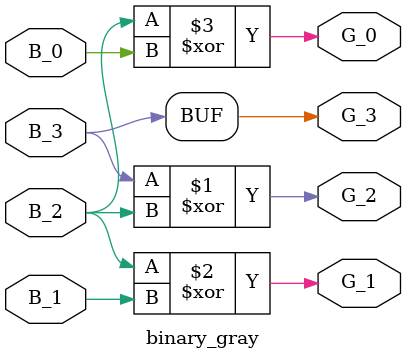
<source format=v>
/*
* design block for converting from binary to gray
*/
module binary_gray(G_3, G_2, G_1, G_0, B_0, B_1, B_2, B_3);
    output G_3, G_2, G_1, G_0;
    input B_0, B_1, B_2, B_3;
    assign G_3 = B_3;
    assign G_2 = B_3 ^ B_2;
    assign G_1 = B_2 ^ B_1;
    assign G_0 = B_2 ^ B_0;
endmodule

/*
module my_xor(a, b, f);
    assign f = a ^ b;
endmodule*/
</source>
